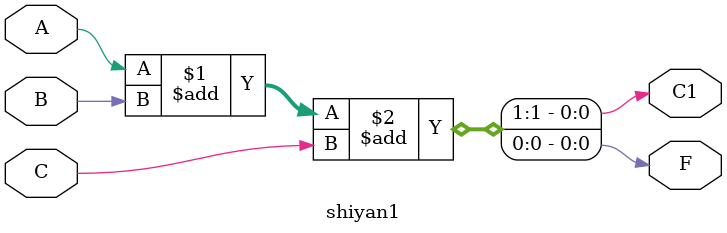
<source format=v>
`timescale 1ns / 1ps
module shiyan1(A,B,C,F,C1
    );
input A,B,C;
output F,C1;
assign {C1,F}=A+B+C;

endmodule

</source>
